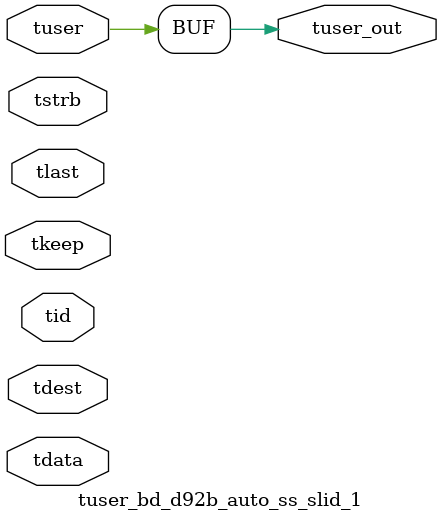
<source format=v>


`timescale 1ps/1ps

module tuser_bd_d92b_auto_ss_slid_1 #
(
parameter C_S_AXIS_TUSER_WIDTH = 1,
parameter C_S_AXIS_TDATA_WIDTH = 32,
parameter C_S_AXIS_TID_WIDTH   = 0,
parameter C_S_AXIS_TDEST_WIDTH = 0,
parameter C_M_AXIS_TUSER_WIDTH = 1
)
(
input  [(C_S_AXIS_TUSER_WIDTH == 0 ? 1 : C_S_AXIS_TUSER_WIDTH)-1:0     ] tuser,
input  [(C_S_AXIS_TDATA_WIDTH == 0 ? 1 : C_S_AXIS_TDATA_WIDTH)-1:0     ] tdata,
input  [(C_S_AXIS_TID_WIDTH   == 0 ? 1 : C_S_AXIS_TID_WIDTH)-1:0       ] tid,
input  [(C_S_AXIS_TDEST_WIDTH == 0 ? 1 : C_S_AXIS_TDEST_WIDTH)-1:0     ] tdest,
input  [(C_S_AXIS_TDATA_WIDTH/8)-1:0 ] tkeep,
input  [(C_S_AXIS_TDATA_WIDTH/8)-1:0 ] tstrb,
input                                                                    tlast,
output [C_M_AXIS_TUSER_WIDTH-1:0] tuser_out
);

assign tuser_out = {tuser[0:0]};

endmodule


</source>
